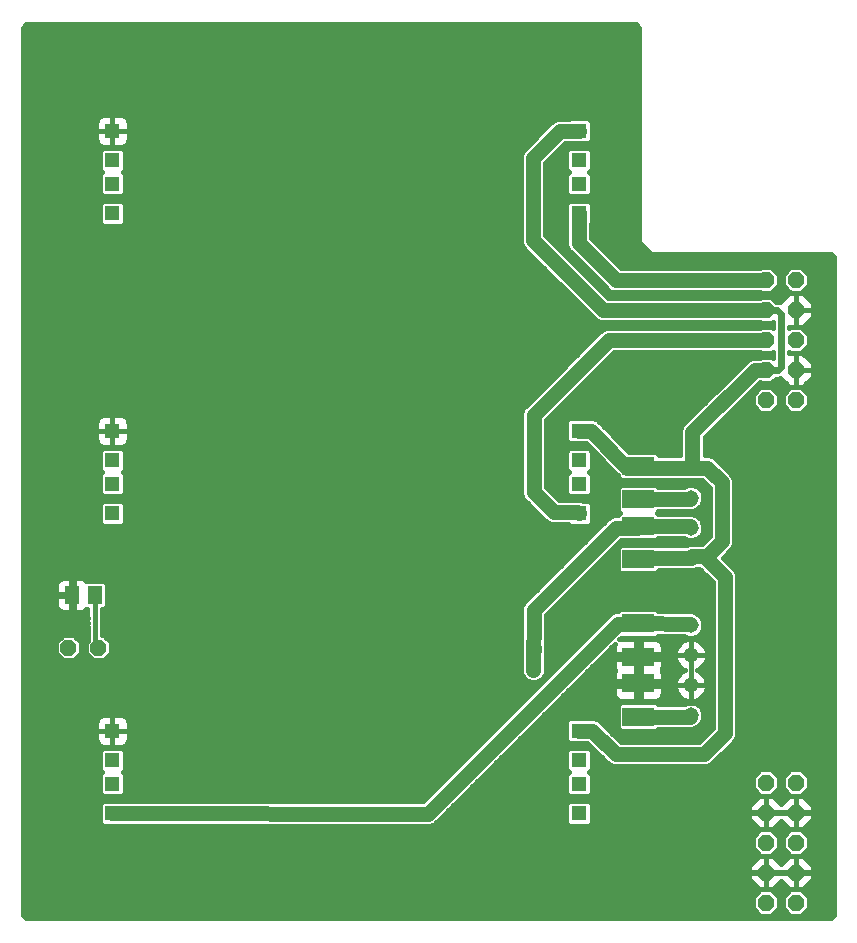
<source format=gbl>
G75*
%MOIN*%
%OFA0B0*%
%FSLAX25Y25*%
%IPPOS*%
%LPD*%
%AMOC8*
5,1,8,0,0,1.08239X$1,22.5*
%
%ADD10R,0.05118X0.05906*%
%ADD11R,0.05150X0.05150*%
%ADD12C,0.05150*%
%ADD13OC8,0.05600*%
%ADD14R,0.10630X0.06299*%
%ADD15OC8,0.05200*%
%ADD16C,0.05000*%
%ADD17C,0.03000*%
%ADD18C,0.03962*%
%ADD19C,0.01600*%
%ADD20R,0.03962X0.03962*%
%ADD21C,0.02362*%
D10*
X0020500Y0111840D03*
X0027980Y0111840D03*
D11*
X0033925Y0139025D03*
X0033925Y0148868D03*
X0033925Y0156742D03*
X0033925Y0166584D03*
X0033925Y0239025D03*
X0033925Y0248868D03*
X0033925Y0256742D03*
X0033925Y0266584D03*
X0189437Y0266584D03*
X0189437Y0256742D03*
X0189437Y0248868D03*
X0189437Y0239025D03*
X0189437Y0166584D03*
X0189437Y0156742D03*
X0189437Y0148868D03*
X0189437Y0139025D03*
X0189437Y0066584D03*
X0189437Y0056742D03*
X0189437Y0048868D03*
X0189437Y0039025D03*
X0033925Y0039025D03*
X0033925Y0048868D03*
X0033925Y0056742D03*
X0033925Y0066584D03*
D12*
X0226740Y0071840D03*
X0226740Y0081840D03*
X0226740Y0091840D03*
X0226740Y0101840D03*
X0226740Y0124340D03*
X0226740Y0134340D03*
X0226740Y0144340D03*
X0226740Y0154340D03*
D13*
X0251740Y0176840D03*
X0261740Y0176840D03*
X0261740Y0186840D03*
X0261740Y0196840D03*
X0261740Y0206840D03*
X0261740Y0216840D03*
X0251740Y0216840D03*
X0251740Y0206840D03*
X0251740Y0196840D03*
X0251740Y0186840D03*
X0251740Y0049340D03*
X0261740Y0049340D03*
X0261740Y0039340D03*
X0261740Y0029340D03*
X0261740Y0019340D03*
X0261740Y0009340D03*
X0251740Y0009340D03*
X0251740Y0019340D03*
X0251740Y0029340D03*
X0251740Y0039340D03*
D14*
X0209240Y0071328D03*
X0209240Y0082352D03*
X0209240Y0091328D03*
X0209240Y0102352D03*
X0209240Y0123828D03*
X0209240Y0134852D03*
X0209240Y0143828D03*
X0209240Y0154852D03*
D15*
X0029240Y0094340D03*
X0019240Y0094340D03*
D16*
X0033925Y0039025D02*
X0138985Y0038985D01*
X0202312Y0102312D01*
X0209240Y0102352D01*
X0226288Y0102312D01*
X0238065Y0117882D02*
X0231175Y0124771D01*
X0227171Y0124771D01*
X0226740Y0124340D01*
X0209752Y0124340D01*
X0209240Y0123828D01*
X0208788Y0134300D02*
X0201800Y0134300D01*
X0174300Y0106800D01*
X0174240Y0086840D01*
X0174240Y0091840D01*
X0174300Y0094300D01*
X0189437Y0066584D02*
X0193890Y0066584D01*
X0201647Y0058827D01*
X0231175Y0058827D01*
X0238065Y0065716D01*
X0238065Y0117882D01*
X0232159Y0124771D02*
X0231175Y0124771D01*
X0232159Y0124771D02*
X0237080Y0129693D01*
X0237080Y0149378D01*
X0232118Y0154340D01*
X0226740Y0154340D01*
X0209752Y0154340D01*
X0209240Y0154852D01*
X0208687Y0154299D01*
X0205584Y0154299D01*
X0193299Y0166584D01*
X0189437Y0166584D01*
X0174300Y0171800D02*
X0174300Y0146213D01*
X0180978Y0139535D01*
X0188927Y0139535D01*
X0189437Y0139025D01*
X0209240Y0134852D02*
X0226288Y0134812D01*
X0226288Y0143788D02*
X0209240Y0143828D01*
X0226740Y0154340D02*
X0227238Y0154838D01*
X0227238Y0166110D01*
X0247968Y0186840D01*
X0251740Y0186840D01*
X0251740Y0196840D02*
X0199300Y0196800D01*
X0174300Y0171800D01*
X0197335Y0206840D02*
X0174088Y0230086D01*
X0174088Y0257646D01*
X0182947Y0266504D01*
X0189357Y0266504D01*
X0189437Y0266584D01*
X0189437Y0239025D02*
X0189300Y0238788D01*
X0189300Y0229300D01*
X0201800Y0216800D01*
X0251740Y0216840D01*
X0251740Y0206840D02*
X0197335Y0206840D01*
X0209240Y0071328D02*
X0226288Y0071288D01*
D17*
X0226740Y0071840D01*
X0226740Y0101840D02*
X0226288Y0102312D01*
X0226740Y0134340D02*
X0226288Y0134812D01*
X0226288Y0143788D02*
X0226740Y0144340D01*
X0209240Y0134852D02*
X0208788Y0134300D01*
D18*
X0174240Y0091840D03*
X0174240Y0086840D03*
D19*
X0274084Y0004937D02*
X0004396Y0004937D01*
X0004040Y0005293D02*
X0004040Y0300887D01*
X0005193Y0302040D01*
X0208287Y0302040D01*
X0209440Y0300887D01*
X0209440Y0229356D01*
X0213287Y0225509D01*
X0215193Y0225509D01*
X0273287Y0225509D01*
X0274440Y0224356D01*
X0274440Y0005293D01*
X0273287Y0004140D01*
X0005193Y0004140D01*
X0004040Y0005293D01*
X0004040Y0006536D02*
X0248322Y0006536D01*
X0247340Y0007517D02*
X0247340Y0011163D01*
X0249917Y0013740D01*
X0253563Y0013740D01*
X0256140Y0011163D01*
X0256140Y0007517D01*
X0253563Y0004940D01*
X0249917Y0004940D01*
X0247340Y0007517D01*
X0247340Y0008134D02*
X0004040Y0008134D01*
X0004040Y0009733D02*
X0247340Y0009733D01*
X0247509Y0011331D02*
X0004040Y0011331D01*
X0004040Y0012930D02*
X0249107Y0012930D01*
X0249420Y0013740D02*
X0246140Y0017020D01*
X0246140Y0019240D01*
X0251640Y0019240D01*
X0251640Y0019440D01*
X0251640Y0024940D01*
X0249420Y0024940D01*
X0246140Y0021660D01*
X0246140Y0019440D01*
X0251640Y0019440D01*
X0251840Y0019440D01*
X0251840Y0024940D01*
X0254060Y0024940D01*
X0256740Y0022260D01*
X0259420Y0024940D01*
X0261640Y0024940D01*
X0261640Y0019440D01*
X0261840Y0019440D01*
X0261840Y0024940D01*
X0264060Y0024940D01*
X0267340Y0021660D01*
X0267340Y0019440D01*
X0261840Y0019440D01*
X0261840Y0019240D01*
X0267340Y0019240D01*
X0267340Y0017020D01*
X0264060Y0013740D01*
X0261840Y0013740D01*
X0261840Y0019240D01*
X0261640Y0019240D01*
X0261640Y0013740D01*
X0259420Y0013740D01*
X0256740Y0016420D01*
X0254060Y0013740D01*
X0251840Y0013740D01*
X0251840Y0019240D01*
X0251840Y0019440D01*
X0256140Y0019440D01*
X0261640Y0019440D01*
X0261640Y0019240D01*
X0251840Y0019240D01*
X0251640Y0019240D01*
X0251640Y0013740D01*
X0249420Y0013740D01*
X0248632Y0014528D02*
X0004040Y0014528D01*
X0004040Y0016127D02*
X0247034Y0016127D01*
X0246140Y0017725D02*
X0004040Y0017725D01*
X0004040Y0019324D02*
X0251640Y0019324D01*
X0251840Y0019324D02*
X0261640Y0019324D01*
X0261840Y0019324D02*
X0274440Y0019324D01*
X0274440Y0020922D02*
X0267340Y0020922D01*
X0266479Y0022521D02*
X0274440Y0022521D01*
X0274440Y0024119D02*
X0264880Y0024119D01*
X0263563Y0024940D02*
X0266140Y0027517D01*
X0266140Y0031163D01*
X0263563Y0033740D01*
X0259917Y0033740D01*
X0257340Y0031163D01*
X0257340Y0027517D01*
X0259917Y0024940D01*
X0263563Y0024940D01*
X0264340Y0025718D02*
X0274440Y0025718D01*
X0274440Y0027316D02*
X0265939Y0027316D01*
X0266140Y0028915D02*
X0274440Y0028915D01*
X0274440Y0030513D02*
X0266140Y0030513D01*
X0265191Y0032112D02*
X0274440Y0032112D01*
X0274440Y0033710D02*
X0263592Y0033710D01*
X0264060Y0033740D02*
X0267340Y0037020D01*
X0267340Y0039240D01*
X0261840Y0039240D01*
X0261840Y0039440D01*
X0261640Y0039440D01*
X0261640Y0044940D01*
X0259420Y0044940D01*
X0256740Y0042260D01*
X0254060Y0044940D01*
X0251840Y0044940D01*
X0251840Y0039440D01*
X0251640Y0039440D01*
X0251640Y0044940D01*
X0249420Y0044940D01*
X0246140Y0041660D01*
X0246140Y0039440D01*
X0251640Y0039440D01*
X0251640Y0039240D01*
X0246140Y0039240D01*
X0246140Y0037020D01*
X0249420Y0033740D01*
X0251640Y0033740D01*
X0251640Y0039240D01*
X0251840Y0039240D01*
X0251840Y0039440D01*
X0257340Y0039440D01*
X0261640Y0039440D01*
X0261640Y0039240D01*
X0261840Y0039240D01*
X0261840Y0033740D01*
X0264060Y0033740D01*
X0265628Y0035309D02*
X0274440Y0035309D01*
X0274440Y0036907D02*
X0267227Y0036907D01*
X0267340Y0038506D02*
X0274440Y0038506D01*
X0274440Y0040104D02*
X0267340Y0040104D01*
X0267340Y0039440D02*
X0267340Y0041660D01*
X0264060Y0044940D01*
X0261840Y0044940D01*
X0261840Y0039440D01*
X0267340Y0039440D01*
X0267297Y0041703D02*
X0274440Y0041703D01*
X0274440Y0043301D02*
X0265698Y0043301D01*
X0264100Y0044900D02*
X0274440Y0044900D01*
X0274440Y0046498D02*
X0265121Y0046498D01*
X0266140Y0047517D02*
X0263563Y0044940D01*
X0259917Y0044940D01*
X0257340Y0047517D01*
X0257340Y0051163D01*
X0259917Y0053740D01*
X0263563Y0053740D01*
X0266140Y0051163D01*
X0266140Y0047517D01*
X0266140Y0048097D02*
X0274440Y0048097D01*
X0274440Y0049695D02*
X0266140Y0049695D01*
X0266009Y0051294D02*
X0274440Y0051294D01*
X0274440Y0052892D02*
X0264410Y0052892D01*
X0259070Y0052892D02*
X0254410Y0052892D01*
X0253563Y0053740D02*
X0249917Y0053740D01*
X0247340Y0051163D01*
X0247340Y0047517D01*
X0249917Y0044940D01*
X0253563Y0044940D01*
X0256140Y0047517D01*
X0256140Y0051163D01*
X0253563Y0053740D01*
X0256009Y0051294D02*
X0257471Y0051294D01*
X0257340Y0049695D02*
X0256140Y0049695D01*
X0256140Y0048097D02*
X0257340Y0048097D01*
X0258359Y0046498D02*
X0255121Y0046498D01*
X0254100Y0044900D02*
X0259380Y0044900D01*
X0261640Y0044900D02*
X0261840Y0044900D01*
X0261840Y0043301D02*
X0261640Y0043301D01*
X0261640Y0041703D02*
X0261840Y0041703D01*
X0261840Y0040104D02*
X0261640Y0040104D01*
X0261640Y0039240D02*
X0251840Y0039240D01*
X0251840Y0033740D01*
X0254060Y0033740D01*
X0256740Y0036420D01*
X0259420Y0033740D01*
X0261640Y0033740D01*
X0261640Y0039240D01*
X0261640Y0038506D02*
X0261840Y0038506D01*
X0261840Y0036907D02*
X0261640Y0036907D01*
X0261640Y0035309D02*
X0261840Y0035309D01*
X0259888Y0033710D02*
X0253592Y0033710D01*
X0253563Y0033740D02*
X0249917Y0033740D01*
X0247340Y0031163D01*
X0247340Y0027517D01*
X0249917Y0024940D01*
X0253563Y0024940D01*
X0256140Y0027517D01*
X0256140Y0031163D01*
X0253563Y0033740D01*
X0255191Y0032112D02*
X0258289Y0032112D01*
X0257340Y0030513D02*
X0256140Y0030513D01*
X0256140Y0028915D02*
X0257340Y0028915D01*
X0257541Y0027316D02*
X0255939Y0027316D01*
X0254340Y0025718D02*
X0259140Y0025718D01*
X0258600Y0024119D02*
X0254880Y0024119D01*
X0256479Y0022521D02*
X0257001Y0022521D01*
X0261640Y0022521D02*
X0261840Y0022521D01*
X0261840Y0024119D02*
X0261640Y0024119D01*
X0261640Y0020922D02*
X0261840Y0020922D01*
X0261840Y0017725D02*
X0261640Y0017725D01*
X0261640Y0016127D02*
X0261840Y0016127D01*
X0261840Y0014528D02*
X0261640Y0014528D01*
X0259917Y0013740D02*
X0257340Y0011163D01*
X0257340Y0007517D01*
X0259917Y0004940D01*
X0263563Y0004940D01*
X0266140Y0007517D01*
X0266140Y0011163D01*
X0263563Y0013740D01*
X0259917Y0013740D01*
X0259107Y0012930D02*
X0254373Y0012930D01*
X0254848Y0014528D02*
X0258632Y0014528D01*
X0257034Y0016127D02*
X0256446Y0016127D01*
X0251840Y0016127D02*
X0251640Y0016127D01*
X0251640Y0017725D02*
X0251840Y0017725D01*
X0251840Y0014528D02*
X0251640Y0014528D01*
X0255971Y0011331D02*
X0257509Y0011331D01*
X0257340Y0009733D02*
X0256140Y0009733D01*
X0256140Y0008134D02*
X0257340Y0008134D01*
X0258322Y0006536D02*
X0255158Y0006536D01*
X0264373Y0012930D02*
X0274440Y0012930D01*
X0274440Y0014528D02*
X0264848Y0014528D01*
X0266446Y0016127D02*
X0274440Y0016127D01*
X0274440Y0017725D02*
X0267340Y0017725D01*
X0265971Y0011331D02*
X0274440Y0011331D01*
X0274440Y0009733D02*
X0266140Y0009733D01*
X0266140Y0008134D02*
X0274440Y0008134D01*
X0274440Y0006536D02*
X0265158Y0006536D01*
X0251840Y0020922D02*
X0251640Y0020922D01*
X0251640Y0022521D02*
X0251840Y0022521D01*
X0251840Y0024119D02*
X0251640Y0024119D01*
X0249140Y0025718D02*
X0004040Y0025718D01*
X0004040Y0027316D02*
X0247541Y0027316D01*
X0247340Y0028915D02*
X0004040Y0028915D01*
X0004040Y0030513D02*
X0247340Y0030513D01*
X0248289Y0032112D02*
X0004040Y0032112D01*
X0004040Y0033710D02*
X0249888Y0033710D01*
X0251640Y0035309D02*
X0251840Y0035309D01*
X0251840Y0036907D02*
X0251640Y0036907D01*
X0251640Y0038506D02*
X0251840Y0038506D01*
X0251840Y0040104D02*
X0251640Y0040104D01*
X0251640Y0041703D02*
X0251840Y0041703D01*
X0251840Y0043301D02*
X0251640Y0043301D01*
X0251640Y0044900D02*
X0251840Y0044900D01*
X0249380Y0044900D02*
X0192881Y0044900D01*
X0192674Y0044693D02*
X0193612Y0045630D01*
X0193612Y0052105D01*
X0192912Y0052805D01*
X0193612Y0053504D01*
X0193612Y0059979D01*
X0192674Y0060916D01*
X0186199Y0060916D01*
X0185262Y0059979D01*
X0185262Y0053504D01*
X0185962Y0052805D01*
X0185262Y0052105D01*
X0185262Y0045630D01*
X0186199Y0044693D01*
X0192674Y0044693D01*
X0192674Y0043200D02*
X0186199Y0043200D01*
X0185262Y0042263D01*
X0185262Y0035787D01*
X0186199Y0034850D01*
X0192674Y0034850D01*
X0193612Y0035787D01*
X0193612Y0042263D01*
X0192674Y0043200D01*
X0193612Y0041703D02*
X0246183Y0041703D01*
X0246140Y0040104D02*
X0193612Y0040104D01*
X0193612Y0038506D02*
X0246140Y0038506D01*
X0246253Y0036907D02*
X0193612Y0036907D01*
X0193133Y0035309D02*
X0247852Y0035309D01*
X0255628Y0035309D02*
X0257852Y0035309D01*
X0257782Y0043301D02*
X0255698Y0043301D01*
X0248359Y0046498D02*
X0193612Y0046498D01*
X0193612Y0048097D02*
X0247340Y0048097D01*
X0247340Y0049695D02*
X0193612Y0049695D01*
X0193612Y0051294D02*
X0247471Y0051294D01*
X0249070Y0052892D02*
X0193000Y0052892D01*
X0193612Y0054491D02*
X0274440Y0054491D01*
X0274440Y0056089D02*
X0234236Y0056089D01*
X0233497Y0055351D02*
X0231991Y0054727D01*
X0200832Y0054727D01*
X0199325Y0055351D01*
X0198172Y0056504D01*
X0192266Y0062409D01*
X0186199Y0062409D01*
X0185262Y0063347D01*
X0185262Y0069822D01*
X0186199Y0070759D01*
X0192674Y0070759D01*
X0192749Y0070684D01*
X0194705Y0070684D01*
X0196212Y0070060D01*
X0203346Y0062927D01*
X0229477Y0062927D01*
X0233965Y0067415D01*
X0233965Y0116183D01*
X0229477Y0120671D01*
X0228793Y0120671D01*
X0227570Y0120165D01*
X0225910Y0120165D01*
X0225729Y0120240D01*
X0216155Y0120240D01*
X0216155Y0120016D01*
X0215218Y0119079D01*
X0203262Y0119079D01*
X0202325Y0120016D01*
X0202325Y0127641D01*
X0203262Y0128578D01*
X0215218Y0128578D01*
X0215355Y0128440D01*
X0225314Y0128440D01*
X0226356Y0128871D01*
X0230461Y0128871D01*
X0232980Y0131391D01*
X0232980Y0147680D01*
X0230420Y0150240D01*
X0227751Y0150240D01*
X0227570Y0150165D01*
X0225910Y0150165D01*
X0225729Y0150240D01*
X0215355Y0150240D01*
X0215218Y0150102D01*
X0203262Y0150102D01*
X0202325Y0151039D01*
X0202325Y0151760D01*
X0202109Y0151977D01*
X0191676Y0162409D01*
X0186199Y0162409D01*
X0185262Y0163347D01*
X0185262Y0169822D01*
X0186199Y0170759D01*
X0192674Y0170759D01*
X0192749Y0170684D01*
X0194115Y0170684D01*
X0195622Y0170060D01*
X0206080Y0159601D01*
X0215218Y0159601D01*
X0216155Y0158664D01*
X0216155Y0158440D01*
X0223138Y0158440D01*
X0223138Y0166926D01*
X0223762Y0168433D01*
X0224915Y0169586D01*
X0245645Y0190316D01*
X0247152Y0190940D01*
X0249617Y0190940D01*
X0249917Y0191240D01*
X0253563Y0191240D01*
X0253984Y0190818D01*
X0253984Y0192862D01*
X0253563Y0192440D01*
X0249917Y0192440D01*
X0249619Y0192738D01*
X0201000Y0192701D01*
X0178400Y0170102D01*
X0178400Y0147912D01*
X0182676Y0143635D01*
X0189742Y0143635D01*
X0190793Y0143200D01*
X0192674Y0143200D01*
X0193612Y0142263D01*
X0193612Y0135787D01*
X0192674Y0134850D01*
X0186199Y0134850D01*
X0185614Y0135435D01*
X0180163Y0135435D01*
X0178656Y0136059D01*
X0177502Y0137213D01*
X0170824Y0143891D01*
X0170200Y0145398D01*
X0170200Y0172616D01*
X0170824Y0174122D01*
X0171978Y0175276D01*
X0196395Y0199693D01*
X0196975Y0200274D01*
X0196976Y0200275D01*
X0196978Y0200276D01*
X0197730Y0200588D01*
X0198481Y0200899D01*
X0198483Y0200899D01*
X0198484Y0200900D01*
X0199304Y0200900D01*
X0249616Y0200938D01*
X0249917Y0201240D01*
X0253563Y0201240D01*
X0253984Y0200818D01*
X0253984Y0202862D01*
X0253563Y0202440D01*
X0249917Y0202440D01*
X0249617Y0202740D01*
X0196519Y0202740D01*
X0195012Y0203364D01*
X0171766Y0226611D01*
X0170613Y0227764D01*
X0169988Y0229271D01*
X0169988Y0258461D01*
X0170613Y0259968D01*
X0179471Y0268826D01*
X0180624Y0269980D01*
X0182131Y0270604D01*
X0186044Y0270604D01*
X0186199Y0270759D01*
X0192674Y0270759D01*
X0193612Y0269822D01*
X0193612Y0263347D01*
X0192674Y0262409D01*
X0190185Y0262409D01*
X0190172Y0262404D01*
X0184645Y0262404D01*
X0178188Y0255947D01*
X0178188Y0231785D01*
X0199033Y0210940D01*
X0249617Y0210940D01*
X0249917Y0211240D01*
X0253563Y0211240D01*
X0255181Y0209621D01*
X0255959Y0209621D01*
X0256413Y0209433D01*
X0259420Y0212440D01*
X0261640Y0212440D01*
X0261640Y0206940D01*
X0261840Y0206940D01*
X0261840Y0212440D01*
X0264060Y0212440D01*
X0267340Y0209160D01*
X0267340Y0206940D01*
X0261840Y0206940D01*
X0261840Y0206740D01*
X0267340Y0206740D01*
X0267340Y0204520D01*
X0264060Y0201240D01*
X0261840Y0201240D01*
X0261840Y0206740D01*
X0261640Y0206740D01*
X0261640Y0201240D01*
X0259547Y0201240D01*
X0259547Y0200869D01*
X0259917Y0201240D01*
X0263563Y0201240D01*
X0266140Y0198663D01*
X0266140Y0195017D01*
X0263563Y0192440D01*
X0259917Y0192440D01*
X0259547Y0192811D01*
X0259547Y0192440D01*
X0261640Y0192440D01*
X0261640Y0186940D01*
X0261840Y0186940D01*
X0261840Y0192440D01*
X0264060Y0192440D01*
X0267340Y0189160D01*
X0267340Y0186940D01*
X0261840Y0186940D01*
X0261840Y0186740D01*
X0267340Y0186740D01*
X0267340Y0184520D01*
X0264060Y0181240D01*
X0261840Y0181240D01*
X0261840Y0186740D01*
X0261640Y0186740D01*
X0261640Y0181240D01*
X0259420Y0181240D01*
X0256566Y0184094D01*
X0256334Y0183998D01*
X0255121Y0183998D01*
X0253563Y0182440D01*
X0249917Y0182440D01*
X0249642Y0182716D01*
X0231338Y0164412D01*
X0231338Y0158440D01*
X0232934Y0158440D01*
X0234441Y0157816D01*
X0239403Y0152854D01*
X0240556Y0151700D01*
X0241180Y0150193D01*
X0241180Y0128877D01*
X0240556Y0127370D01*
X0237465Y0124279D01*
X0241541Y0120204D01*
X0242165Y0118697D01*
X0242165Y0064901D01*
X0241541Y0063394D01*
X0240387Y0062241D01*
X0233497Y0055351D01*
X0235835Y0057688D02*
X0274440Y0057688D01*
X0274440Y0059286D02*
X0237433Y0059286D01*
X0239032Y0060885D02*
X0274440Y0060885D01*
X0274440Y0062483D02*
X0240630Y0062483D01*
X0241826Y0064082D02*
X0274440Y0064082D01*
X0274440Y0065680D02*
X0242165Y0065680D01*
X0242165Y0067279D02*
X0274440Y0067279D01*
X0274440Y0068877D02*
X0242165Y0068877D01*
X0242165Y0070476D02*
X0274440Y0070476D01*
X0274440Y0072074D02*
X0242165Y0072074D01*
X0242165Y0073673D02*
X0274440Y0073673D01*
X0274440Y0075272D02*
X0242165Y0075272D01*
X0242165Y0076870D02*
X0274440Y0076870D01*
X0274440Y0078469D02*
X0242165Y0078469D01*
X0242165Y0080067D02*
X0274440Y0080067D01*
X0274440Y0081666D02*
X0242165Y0081666D01*
X0242165Y0083264D02*
X0274440Y0083264D01*
X0274440Y0084863D02*
X0242165Y0084863D01*
X0242165Y0086461D02*
X0274440Y0086461D01*
X0274440Y0088060D02*
X0242165Y0088060D01*
X0242165Y0089658D02*
X0274440Y0089658D01*
X0274440Y0091257D02*
X0242165Y0091257D01*
X0242165Y0092855D02*
X0274440Y0092855D01*
X0274440Y0094454D02*
X0242165Y0094454D01*
X0242165Y0096052D02*
X0274440Y0096052D01*
X0274440Y0097651D02*
X0242165Y0097651D01*
X0242165Y0099249D02*
X0274440Y0099249D01*
X0274440Y0100848D02*
X0242165Y0100848D01*
X0242165Y0102446D02*
X0274440Y0102446D01*
X0274440Y0104045D02*
X0242165Y0104045D01*
X0242165Y0105643D02*
X0274440Y0105643D01*
X0274440Y0107242D02*
X0242165Y0107242D01*
X0242165Y0108840D02*
X0274440Y0108840D01*
X0274440Y0110439D02*
X0242165Y0110439D01*
X0242165Y0112037D02*
X0274440Y0112037D01*
X0274440Y0113636D02*
X0242165Y0113636D01*
X0242165Y0115234D02*
X0274440Y0115234D01*
X0274440Y0116833D02*
X0242165Y0116833D01*
X0242165Y0118431D02*
X0274440Y0118431D01*
X0274440Y0120030D02*
X0241613Y0120030D01*
X0240116Y0121628D02*
X0274440Y0121628D01*
X0274440Y0123227D02*
X0238518Y0123227D01*
X0238011Y0124825D02*
X0274440Y0124825D01*
X0274440Y0126424D02*
X0239610Y0126424D01*
X0240826Y0128022D02*
X0274440Y0128022D01*
X0274440Y0129621D02*
X0241180Y0129621D01*
X0241180Y0131219D02*
X0274440Y0131219D01*
X0274440Y0132818D02*
X0241180Y0132818D01*
X0241180Y0134416D02*
X0274440Y0134416D01*
X0274440Y0136015D02*
X0241180Y0136015D01*
X0241180Y0137613D02*
X0274440Y0137613D01*
X0274440Y0139212D02*
X0241180Y0139212D01*
X0241180Y0140810D02*
X0274440Y0140810D01*
X0274440Y0142409D02*
X0241180Y0142409D01*
X0241180Y0144008D02*
X0274440Y0144008D01*
X0274440Y0145606D02*
X0241180Y0145606D01*
X0241180Y0147205D02*
X0274440Y0147205D01*
X0274440Y0148803D02*
X0241180Y0148803D01*
X0241094Y0150402D02*
X0274440Y0150402D01*
X0274440Y0152000D02*
X0240256Y0152000D01*
X0238658Y0153599D02*
X0274440Y0153599D01*
X0274440Y0155197D02*
X0237059Y0155197D01*
X0235461Y0156796D02*
X0274440Y0156796D01*
X0274440Y0158394D02*
X0233045Y0158394D01*
X0231338Y0159993D02*
X0274440Y0159993D01*
X0274440Y0161591D02*
X0231338Y0161591D01*
X0231338Y0163190D02*
X0274440Y0163190D01*
X0274440Y0164788D02*
X0231714Y0164788D01*
X0233313Y0166387D02*
X0274440Y0166387D01*
X0274440Y0167985D02*
X0234911Y0167985D01*
X0236510Y0169584D02*
X0274440Y0169584D01*
X0274440Y0171182D02*
X0238108Y0171182D01*
X0239707Y0172781D02*
X0249577Y0172781D01*
X0249917Y0172440D02*
X0253563Y0172440D01*
X0256140Y0175017D01*
X0256140Y0178663D01*
X0253563Y0181240D01*
X0249917Y0181240D01*
X0247340Y0178663D01*
X0247340Y0175017D01*
X0249917Y0172440D01*
X0247978Y0174379D02*
X0241305Y0174379D01*
X0242904Y0175978D02*
X0247340Y0175978D01*
X0247340Y0177576D02*
X0244502Y0177576D01*
X0246101Y0179175D02*
X0247852Y0179175D01*
X0247699Y0180773D02*
X0249451Y0180773D01*
X0249298Y0182372D02*
X0258289Y0182372D01*
X0259451Y0180773D02*
X0254029Y0180773D01*
X0255628Y0179175D02*
X0257852Y0179175D01*
X0257340Y0178663D02*
X0257340Y0175017D01*
X0259917Y0172440D01*
X0263563Y0172440D01*
X0266140Y0175017D01*
X0266140Y0178663D01*
X0263563Y0181240D01*
X0259917Y0181240D01*
X0257340Y0178663D01*
X0257340Y0177576D02*
X0256140Y0177576D01*
X0256140Y0175978D02*
X0257340Y0175978D01*
X0257978Y0174379D02*
X0255502Y0174379D01*
X0253903Y0172781D02*
X0259577Y0172781D01*
X0263903Y0172781D02*
X0274440Y0172781D01*
X0274440Y0174379D02*
X0265502Y0174379D01*
X0266140Y0175978D02*
X0274440Y0175978D01*
X0274440Y0177576D02*
X0266140Y0177576D01*
X0265628Y0179175D02*
X0274440Y0179175D01*
X0274440Y0180773D02*
X0264029Y0180773D01*
X0265191Y0182372D02*
X0274440Y0182372D01*
X0274440Y0183970D02*
X0266790Y0183970D01*
X0267340Y0185569D02*
X0274440Y0185569D01*
X0274440Y0187167D02*
X0267340Y0187167D01*
X0267340Y0188766D02*
X0274440Y0188766D01*
X0274440Y0190364D02*
X0266135Y0190364D01*
X0264537Y0191963D02*
X0274440Y0191963D01*
X0274440Y0193561D02*
X0264684Y0193561D01*
X0266140Y0195160D02*
X0274440Y0195160D01*
X0274440Y0196758D02*
X0266140Y0196758D01*
X0266140Y0198357D02*
X0274440Y0198357D01*
X0274440Y0199955D02*
X0264847Y0199955D01*
X0264373Y0201554D02*
X0274440Y0201554D01*
X0274440Y0203152D02*
X0265972Y0203152D01*
X0267340Y0204751D02*
X0274440Y0204751D01*
X0274440Y0206349D02*
X0267340Y0206349D01*
X0267340Y0207948D02*
X0274440Y0207948D01*
X0274440Y0209546D02*
X0266953Y0209546D01*
X0265355Y0211145D02*
X0274440Y0211145D01*
X0274440Y0212743D02*
X0263866Y0212743D01*
X0263563Y0212440D02*
X0266140Y0215017D01*
X0266140Y0218663D01*
X0263563Y0221240D01*
X0259917Y0221240D01*
X0257340Y0218663D01*
X0257340Y0215017D01*
X0259917Y0212440D01*
X0263563Y0212440D01*
X0261840Y0211145D02*
X0261640Y0211145D01*
X0261640Y0209546D02*
X0261840Y0209546D01*
X0261840Y0207948D02*
X0261640Y0207948D01*
X0261640Y0206349D02*
X0261840Y0206349D01*
X0261840Y0204751D02*
X0261640Y0204751D01*
X0261640Y0203152D02*
X0261840Y0203152D01*
X0261840Y0201554D02*
X0261640Y0201554D01*
X0253984Y0201554D02*
X0004040Y0201554D01*
X0004040Y0203152D02*
X0195524Y0203152D01*
X0193626Y0204751D02*
X0004040Y0204751D01*
X0004040Y0206349D02*
X0192027Y0206349D01*
X0190429Y0207948D02*
X0004040Y0207948D01*
X0004040Y0209546D02*
X0188830Y0209546D01*
X0187232Y0211145D02*
X0004040Y0211145D01*
X0004040Y0212743D02*
X0185633Y0212743D01*
X0184035Y0214342D02*
X0004040Y0214342D01*
X0004040Y0215941D02*
X0182436Y0215941D01*
X0180837Y0217539D02*
X0004040Y0217539D01*
X0004040Y0219138D02*
X0179239Y0219138D01*
X0177640Y0220736D02*
X0004040Y0220736D01*
X0004040Y0222335D02*
X0176042Y0222335D01*
X0174443Y0223933D02*
X0004040Y0223933D01*
X0004040Y0225532D02*
X0172845Y0225532D01*
X0171246Y0227130D02*
X0004040Y0227130D01*
X0004040Y0228729D02*
X0170213Y0228729D01*
X0169988Y0230327D02*
X0004040Y0230327D01*
X0004040Y0231926D02*
X0169988Y0231926D01*
X0169988Y0233524D02*
X0004040Y0233524D01*
X0004040Y0235123D02*
X0030415Y0235123D01*
X0030687Y0234850D02*
X0029750Y0235787D01*
X0029750Y0242263D01*
X0030687Y0243200D01*
X0037163Y0243200D01*
X0038100Y0242263D01*
X0038100Y0235787D01*
X0037163Y0234850D01*
X0030687Y0234850D01*
X0029750Y0236721D02*
X0004040Y0236721D01*
X0004040Y0238320D02*
X0029750Y0238320D01*
X0029750Y0239918D02*
X0004040Y0239918D01*
X0004040Y0241517D02*
X0029750Y0241517D01*
X0030603Y0243115D02*
X0004040Y0243115D01*
X0004040Y0244714D02*
X0030667Y0244714D01*
X0030687Y0244693D02*
X0037163Y0244693D01*
X0038100Y0245630D01*
X0038100Y0252105D01*
X0037400Y0252805D01*
X0038100Y0253504D01*
X0038100Y0259979D01*
X0037163Y0260916D01*
X0030687Y0260916D01*
X0029750Y0259979D01*
X0029750Y0253504D01*
X0030450Y0252805D01*
X0029750Y0252105D01*
X0029750Y0245630D01*
X0030687Y0244693D01*
X0029750Y0246312D02*
X0004040Y0246312D01*
X0004040Y0247911D02*
X0029750Y0247911D01*
X0029750Y0249509D02*
X0004040Y0249509D01*
X0004040Y0251108D02*
X0029750Y0251108D01*
X0030351Y0252706D02*
X0004040Y0252706D01*
X0004040Y0254305D02*
X0029750Y0254305D01*
X0029750Y0255903D02*
X0004040Y0255903D01*
X0004040Y0257502D02*
X0029750Y0257502D01*
X0029750Y0259100D02*
X0004040Y0259100D01*
X0004040Y0260699D02*
X0030470Y0260699D01*
X0030533Y0261317D02*
X0031074Y0261209D01*
X0033925Y0261209D01*
X0033925Y0266584D01*
X0033925Y0266584D01*
X0033925Y0261209D01*
X0036776Y0261209D01*
X0037317Y0261317D01*
X0037826Y0261528D01*
X0038285Y0261834D01*
X0038675Y0262224D01*
X0038981Y0262683D01*
X0039192Y0263193D01*
X0039300Y0263734D01*
X0039300Y0266584D01*
X0033925Y0266584D01*
X0028550Y0266584D01*
X0028550Y0263734D01*
X0028658Y0263193D01*
X0028869Y0262683D01*
X0029175Y0262224D01*
X0029565Y0261834D01*
X0030024Y0261528D01*
X0030533Y0261317D01*
X0029127Y0262297D02*
X0004040Y0262297D01*
X0004040Y0263896D02*
X0028550Y0263896D01*
X0028550Y0265494D02*
X0004040Y0265494D01*
X0004040Y0267093D02*
X0028550Y0267093D01*
X0028550Y0266584D02*
X0033925Y0266584D01*
X0033925Y0266584D01*
X0033925Y0266584D01*
X0039300Y0266584D01*
X0039300Y0269435D01*
X0039192Y0269976D01*
X0038981Y0270485D01*
X0038675Y0270944D01*
X0038285Y0271334D01*
X0037826Y0271640D01*
X0037317Y0271851D01*
X0036776Y0271959D01*
X0033925Y0271959D01*
X0031074Y0271959D01*
X0030533Y0271851D01*
X0030024Y0271640D01*
X0029565Y0271334D01*
X0029175Y0270944D01*
X0028869Y0270485D01*
X0028658Y0269976D01*
X0028550Y0269435D01*
X0028550Y0266584D01*
X0028550Y0268691D02*
X0004040Y0268691D01*
X0004040Y0270290D02*
X0028788Y0270290D01*
X0030720Y0271888D02*
X0004040Y0271888D01*
X0004040Y0273487D02*
X0209440Y0273487D01*
X0209440Y0275085D02*
X0004040Y0275085D01*
X0004040Y0276684D02*
X0209440Y0276684D01*
X0209440Y0278282D02*
X0004040Y0278282D01*
X0004040Y0279881D02*
X0209440Y0279881D01*
X0209440Y0281479D02*
X0004040Y0281479D01*
X0004040Y0283078D02*
X0209440Y0283078D01*
X0209440Y0284677D02*
X0004040Y0284677D01*
X0004040Y0286275D02*
X0209440Y0286275D01*
X0209440Y0287874D02*
X0004040Y0287874D01*
X0004040Y0289472D02*
X0209440Y0289472D01*
X0209440Y0291071D02*
X0004040Y0291071D01*
X0004040Y0292669D02*
X0209440Y0292669D01*
X0209440Y0294268D02*
X0004040Y0294268D01*
X0004040Y0295866D02*
X0209440Y0295866D01*
X0209440Y0297465D02*
X0004040Y0297465D01*
X0004040Y0299063D02*
X0209440Y0299063D01*
X0209440Y0300662D02*
X0004040Y0300662D01*
X0033925Y0271959D02*
X0033925Y0266584D01*
X0033925Y0266584D01*
X0033925Y0271959D01*
X0033925Y0271888D02*
X0033925Y0271888D01*
X0033925Y0270290D02*
X0033925Y0270290D01*
X0033925Y0268691D02*
X0033925Y0268691D01*
X0033925Y0267093D02*
X0033925Y0267093D01*
X0033925Y0265494D02*
X0033925Y0265494D01*
X0033925Y0263896D02*
X0033925Y0263896D01*
X0033925Y0262297D02*
X0033925Y0262297D01*
X0037380Y0260699D02*
X0171343Y0260699D01*
X0170253Y0259100D02*
X0038100Y0259100D01*
X0038100Y0257502D02*
X0169988Y0257502D01*
X0169988Y0255903D02*
X0038100Y0255903D01*
X0038100Y0254305D02*
X0169988Y0254305D01*
X0169988Y0252706D02*
X0037499Y0252706D01*
X0038100Y0251108D02*
X0169988Y0251108D01*
X0169988Y0249509D02*
X0038100Y0249509D01*
X0038100Y0247911D02*
X0169988Y0247911D01*
X0169988Y0246312D02*
X0038100Y0246312D01*
X0037184Y0244714D02*
X0169988Y0244714D01*
X0169988Y0243115D02*
X0037247Y0243115D01*
X0038100Y0241517D02*
X0169988Y0241517D01*
X0169988Y0239918D02*
X0038100Y0239918D01*
X0038100Y0238320D02*
X0169988Y0238320D01*
X0169988Y0236721D02*
X0038100Y0236721D01*
X0037435Y0235123D02*
X0169988Y0235123D01*
X0178188Y0235123D02*
X0185200Y0235123D01*
X0185200Y0236721D02*
X0178188Y0236721D01*
X0178188Y0238320D02*
X0185181Y0238320D01*
X0185200Y0238249D02*
X0185200Y0228484D01*
X0185824Y0226978D01*
X0186978Y0225824D01*
X0198325Y0214476D01*
X0198326Y0214475D01*
X0198903Y0213899D01*
X0199478Y0213324D01*
X0199479Y0213324D01*
X0199480Y0213322D01*
X0200233Y0213011D01*
X0200984Y0212700D01*
X0200986Y0212700D01*
X0200988Y0212699D01*
X0201802Y0212700D01*
X0202616Y0212700D01*
X0202617Y0212701D01*
X0249619Y0212738D01*
X0249917Y0212440D01*
X0253563Y0212440D01*
X0256140Y0215017D01*
X0256140Y0218663D01*
X0253563Y0221240D01*
X0249917Y0221240D01*
X0249616Y0220938D01*
X0203497Y0220901D01*
X0193400Y0230998D01*
X0193400Y0235576D01*
X0193612Y0235787D01*
X0193612Y0242263D01*
X0192674Y0243200D01*
X0186199Y0243200D01*
X0185262Y0242263D01*
X0185262Y0239754D01*
X0185200Y0239604D01*
X0185200Y0239058D01*
X0185129Y0238516D01*
X0185200Y0238249D01*
X0185262Y0239918D02*
X0178188Y0239918D01*
X0178188Y0241517D02*
X0185262Y0241517D01*
X0186115Y0243115D02*
X0178188Y0243115D01*
X0178188Y0244714D02*
X0186178Y0244714D01*
X0186199Y0244693D02*
X0192674Y0244693D01*
X0193612Y0245630D01*
X0193612Y0252105D01*
X0192912Y0252805D01*
X0193612Y0253504D01*
X0193612Y0259979D01*
X0192674Y0260916D01*
X0186199Y0260916D01*
X0185262Y0259979D01*
X0185262Y0253504D01*
X0185962Y0252805D01*
X0185262Y0252105D01*
X0185262Y0245630D01*
X0186199Y0244693D01*
X0185262Y0246312D02*
X0178188Y0246312D01*
X0178188Y0247911D02*
X0185262Y0247911D01*
X0185262Y0249509D02*
X0178188Y0249509D01*
X0178188Y0251108D02*
X0185262Y0251108D01*
X0185863Y0252706D02*
X0178188Y0252706D01*
X0178188Y0254305D02*
X0185262Y0254305D01*
X0185262Y0255903D02*
X0178188Y0255903D01*
X0179743Y0257502D02*
X0185262Y0257502D01*
X0185262Y0259100D02*
X0181341Y0259100D01*
X0182940Y0260699D02*
X0185982Y0260699D01*
X0184538Y0262297D02*
X0209440Y0262297D01*
X0209440Y0260699D02*
X0192892Y0260699D01*
X0193612Y0259100D02*
X0209440Y0259100D01*
X0209440Y0257502D02*
X0193612Y0257502D01*
X0193612Y0255903D02*
X0209440Y0255903D01*
X0209440Y0254305D02*
X0193612Y0254305D01*
X0193010Y0252706D02*
X0209440Y0252706D01*
X0209440Y0251108D02*
X0193612Y0251108D01*
X0193612Y0249509D02*
X0209440Y0249509D01*
X0209440Y0247911D02*
X0193612Y0247911D01*
X0193612Y0246312D02*
X0209440Y0246312D01*
X0209440Y0244714D02*
X0192695Y0244714D01*
X0192759Y0243115D02*
X0209440Y0243115D01*
X0209440Y0241517D02*
X0193612Y0241517D01*
X0193612Y0239918D02*
X0209440Y0239918D01*
X0209440Y0238320D02*
X0193612Y0238320D01*
X0193612Y0236721D02*
X0209440Y0236721D01*
X0209440Y0235123D02*
X0193400Y0235123D01*
X0193400Y0233524D02*
X0209440Y0233524D01*
X0209440Y0231926D02*
X0193400Y0231926D01*
X0194071Y0230327D02*
X0209440Y0230327D01*
X0210067Y0228729D02*
X0195670Y0228729D01*
X0197268Y0227130D02*
X0211666Y0227130D01*
X0213264Y0225532D02*
X0198867Y0225532D01*
X0200465Y0223933D02*
X0274440Y0223933D01*
X0274440Y0222335D02*
X0202064Y0222335D01*
X0196861Y0215941D02*
X0194033Y0215941D01*
X0195263Y0217539D02*
X0192434Y0217539D01*
X0193664Y0219138D02*
X0190836Y0219138D01*
X0192066Y0220736D02*
X0189237Y0220736D01*
X0190467Y0222335D02*
X0187638Y0222335D01*
X0188869Y0223933D02*
X0186040Y0223933D01*
X0187270Y0225532D02*
X0184441Y0225532D01*
X0185761Y0227130D02*
X0182843Y0227130D01*
X0181244Y0228729D02*
X0185200Y0228729D01*
X0185200Y0230327D02*
X0179646Y0230327D01*
X0178188Y0231926D02*
X0185200Y0231926D01*
X0185200Y0233524D02*
X0178188Y0233524D01*
X0195631Y0214342D02*
X0198459Y0214342D01*
X0197230Y0212743D02*
X0200879Y0212743D01*
X0198828Y0211145D02*
X0249822Y0211145D01*
X0253658Y0211145D02*
X0258125Y0211145D01*
X0259614Y0212743D02*
X0253866Y0212743D01*
X0255465Y0214342D02*
X0258015Y0214342D01*
X0257340Y0215941D02*
X0256140Y0215941D01*
X0256140Y0217539D02*
X0257340Y0217539D01*
X0257815Y0219138D02*
X0255665Y0219138D01*
X0254066Y0220736D02*
X0259414Y0220736D01*
X0264066Y0220736D02*
X0274440Y0220736D01*
X0274440Y0219138D02*
X0265665Y0219138D01*
X0266140Y0217539D02*
X0274440Y0217539D01*
X0274440Y0215941D02*
X0266140Y0215941D01*
X0265465Y0214342D02*
X0274440Y0214342D01*
X0256527Y0209546D02*
X0256139Y0209546D01*
X0253984Y0191963D02*
X0200261Y0191963D01*
X0198663Y0190364D02*
X0245763Y0190364D01*
X0244095Y0188766D02*
X0197064Y0188766D01*
X0195466Y0187167D02*
X0242497Y0187167D01*
X0240898Y0185569D02*
X0193867Y0185569D01*
X0192269Y0183970D02*
X0239300Y0183970D01*
X0237701Y0182372D02*
X0190670Y0182372D01*
X0189072Y0180773D02*
X0236103Y0180773D01*
X0234504Y0179175D02*
X0187473Y0179175D01*
X0185874Y0177576D02*
X0232906Y0177576D01*
X0231307Y0175978D02*
X0184276Y0175978D01*
X0182677Y0174379D02*
X0229709Y0174379D01*
X0228110Y0172781D02*
X0181079Y0172781D01*
X0179480Y0171182D02*
X0226512Y0171182D01*
X0224913Y0169584D02*
X0196098Y0169584D01*
X0197697Y0167985D02*
X0223577Y0167985D01*
X0223138Y0166387D02*
X0199295Y0166387D01*
X0200894Y0164788D02*
X0223138Y0164788D01*
X0223138Y0163190D02*
X0202492Y0163190D01*
X0204091Y0161591D02*
X0223138Y0161591D01*
X0223138Y0159993D02*
X0205689Y0159993D01*
X0200487Y0153599D02*
X0193612Y0153599D01*
X0193612Y0153504D02*
X0192912Y0152805D01*
X0193612Y0152105D01*
X0193612Y0145630D01*
X0192674Y0144693D01*
X0186199Y0144693D01*
X0185262Y0145630D01*
X0185262Y0152105D01*
X0185962Y0152805D01*
X0185262Y0153504D01*
X0185262Y0159979D01*
X0186199Y0160916D01*
X0192674Y0160916D01*
X0193612Y0159979D01*
X0193612Y0153504D01*
X0193612Y0152000D02*
X0202085Y0152000D01*
X0202963Y0150402D02*
X0193612Y0150402D01*
X0193612Y0148803D02*
X0231857Y0148803D01*
X0232980Y0147205D02*
X0229780Y0147205D01*
X0230279Y0146705D02*
X0229105Y0147879D01*
X0227570Y0148515D01*
X0225910Y0148515D01*
X0224407Y0147893D01*
X0215883Y0147913D01*
X0215218Y0148578D01*
X0203262Y0148578D01*
X0202325Y0147641D01*
X0202325Y0140016D01*
X0203001Y0139340D01*
X0202325Y0138664D01*
X0202325Y0138400D01*
X0200984Y0138400D01*
X0199478Y0137776D01*
X0171406Y0109704D01*
X0170831Y0109133D01*
X0170829Y0109127D01*
X0170824Y0109122D01*
X0170514Y0108374D01*
X0170202Y0107628D01*
X0170202Y0107621D01*
X0170200Y0107616D01*
X0170200Y0106805D01*
X0170158Y0092698D01*
X0170140Y0092656D01*
X0170140Y0091890D01*
X0170121Y0091125D01*
X0170140Y0091076D01*
X0170140Y0086847D01*
X0170138Y0086037D01*
X0170140Y0086031D01*
X0170140Y0086024D01*
X0170450Y0085277D01*
X0170757Y0084528D01*
X0170762Y0084523D01*
X0170764Y0084518D01*
X0171336Y0083946D01*
X0171907Y0083371D01*
X0171913Y0083369D01*
X0171918Y0083364D01*
X0172666Y0083054D01*
X0173412Y0082742D01*
X0173419Y0082742D01*
X0173424Y0082740D01*
X0174234Y0082740D01*
X0175043Y0082738D01*
X0175049Y0082740D01*
X0175056Y0082740D01*
X0175803Y0083050D01*
X0176552Y0083357D01*
X0176557Y0083362D01*
X0176562Y0083364D01*
X0177134Y0083936D01*
X0177709Y0084507D01*
X0177711Y0084513D01*
X0177716Y0084518D01*
X0178026Y0085266D01*
X0178338Y0086012D01*
X0178338Y0086019D01*
X0178340Y0086024D01*
X0178340Y0086835D01*
X0178357Y0092487D01*
X0178419Y0095015D01*
X0178365Y0095154D01*
X0178395Y0105097D01*
X0203400Y0130102D01*
X0215218Y0130102D01*
X0215852Y0130736D01*
X0224580Y0130716D01*
X0225910Y0130165D01*
X0227570Y0130165D01*
X0229105Y0130801D01*
X0230279Y0131975D01*
X0230915Y0133510D01*
X0230915Y0135170D01*
X0230279Y0136705D01*
X0229105Y0137879D01*
X0228960Y0137939D01*
X0228619Y0138282D01*
X0227113Y0138910D01*
X0215883Y0138936D01*
X0215479Y0139340D01*
X0215852Y0139713D01*
X0227094Y0139686D01*
X0228602Y0140307D01*
X0229094Y0140796D01*
X0229105Y0140801D01*
X0230279Y0141975D01*
X0230915Y0143510D01*
X0230915Y0145170D01*
X0230279Y0146705D01*
X0230734Y0145606D02*
X0232980Y0145606D01*
X0232980Y0144008D02*
X0230915Y0144008D01*
X0230459Y0142409D02*
X0232980Y0142409D01*
X0232980Y0140810D02*
X0229115Y0140810D01*
X0232980Y0139212D02*
X0215607Y0139212D01*
X0202873Y0139212D02*
X0193612Y0139212D01*
X0193612Y0140810D02*
X0202325Y0140810D01*
X0202325Y0142409D02*
X0193465Y0142409D01*
X0193588Y0145606D02*
X0202325Y0145606D01*
X0202325Y0144008D02*
X0182304Y0144008D01*
X0180706Y0145606D02*
X0185286Y0145606D01*
X0185262Y0147205D02*
X0179107Y0147205D01*
X0178400Y0148803D02*
X0185262Y0148803D01*
X0185262Y0150402D02*
X0178400Y0150402D01*
X0178400Y0152000D02*
X0185262Y0152000D01*
X0185262Y0153599D02*
X0178400Y0153599D01*
X0178400Y0155197D02*
X0185262Y0155197D01*
X0185262Y0156796D02*
X0178400Y0156796D01*
X0178400Y0158394D02*
X0185262Y0158394D01*
X0185276Y0159993D02*
X0178400Y0159993D01*
X0178400Y0161591D02*
X0192494Y0161591D01*
X0193598Y0159993D02*
X0194093Y0159993D01*
X0193612Y0158394D02*
X0195691Y0158394D01*
X0197290Y0156796D02*
X0193612Y0156796D01*
X0193612Y0155197D02*
X0198888Y0155197D01*
X0202325Y0147205D02*
X0193612Y0147205D01*
X0193612Y0137613D02*
X0199315Y0137613D01*
X0197717Y0136015D02*
X0193612Y0136015D01*
X0196118Y0134416D02*
X0004040Y0134416D01*
X0004040Y0132818D02*
X0194520Y0132818D01*
X0192921Y0131219D02*
X0004040Y0131219D01*
X0004040Y0129621D02*
X0191323Y0129621D01*
X0189724Y0128022D02*
X0004040Y0128022D01*
X0004040Y0126424D02*
X0188126Y0126424D01*
X0186527Y0124825D02*
X0004040Y0124825D01*
X0004040Y0123227D02*
X0184929Y0123227D01*
X0183330Y0121628D02*
X0004040Y0121628D01*
X0004040Y0120030D02*
X0181732Y0120030D01*
X0180133Y0118431D02*
X0004040Y0118431D01*
X0004040Y0116833D02*
X0016021Y0116833D01*
X0016156Y0116968D02*
X0015766Y0116578D01*
X0015459Y0116119D01*
X0015248Y0115609D01*
X0015141Y0115069D01*
X0015141Y0112320D01*
X0020020Y0112320D01*
X0020020Y0117593D01*
X0017665Y0117593D01*
X0017124Y0117485D01*
X0016614Y0117274D01*
X0016156Y0116968D01*
X0015174Y0115234D02*
X0004040Y0115234D01*
X0004040Y0113636D02*
X0015141Y0113636D01*
X0015141Y0111360D02*
X0015141Y0108611D01*
X0015248Y0108070D01*
X0015459Y0107561D01*
X0015766Y0107102D01*
X0016156Y0106712D01*
X0016614Y0106406D01*
X0017124Y0106195D01*
X0017665Y0106087D01*
X0020020Y0106087D01*
X0020020Y0111360D01*
X0020979Y0111360D01*
X0020979Y0106087D01*
X0023335Y0106087D01*
X0023876Y0106195D01*
X0024385Y0106406D01*
X0024844Y0106712D01*
X0025234Y0107102D01*
X0025357Y0107287D01*
X0025597Y0107287D01*
X0025636Y0096676D01*
X0025040Y0096080D01*
X0025040Y0092600D01*
X0027500Y0090140D01*
X0030980Y0090140D01*
X0033440Y0092600D01*
X0033440Y0096080D01*
X0030980Y0098540D01*
X0030429Y0098540D01*
X0030397Y0107287D01*
X0031202Y0107287D01*
X0032139Y0108224D01*
X0032139Y0115455D01*
X0031202Y0116393D01*
X0025357Y0116393D01*
X0025234Y0116578D01*
X0024844Y0116968D01*
X0024385Y0117274D01*
X0023876Y0117485D01*
X0023335Y0117593D01*
X0020979Y0117593D01*
X0020979Y0112320D01*
X0020020Y0112320D01*
X0020020Y0111360D01*
X0015141Y0111360D01*
X0015141Y0110439D02*
X0004040Y0110439D01*
X0004040Y0112037D02*
X0020020Y0112037D01*
X0020020Y0110439D02*
X0020979Y0110439D01*
X0020979Y0108840D02*
X0020020Y0108840D01*
X0020020Y0107242D02*
X0020979Y0107242D01*
X0025327Y0107242D02*
X0025597Y0107242D01*
X0025603Y0105643D02*
X0004040Y0105643D01*
X0004040Y0104045D02*
X0025609Y0104045D01*
X0025615Y0102446D02*
X0004040Y0102446D01*
X0004040Y0100848D02*
X0025621Y0100848D01*
X0025627Y0099249D02*
X0004040Y0099249D01*
X0004040Y0097651D02*
X0016611Y0097651D01*
X0017500Y0098540D02*
X0015040Y0096080D01*
X0015040Y0092600D01*
X0017500Y0090140D01*
X0020980Y0090140D01*
X0023440Y0092600D01*
X0023440Y0096080D01*
X0020980Y0098540D01*
X0017500Y0098540D01*
X0015040Y0096052D02*
X0004040Y0096052D01*
X0004040Y0094454D02*
X0015040Y0094454D01*
X0015040Y0092855D02*
X0004040Y0092855D01*
X0004040Y0091257D02*
X0016384Y0091257D01*
X0022096Y0091257D02*
X0026384Y0091257D01*
X0025040Y0092855D02*
X0023440Y0092855D01*
X0023440Y0094454D02*
X0025040Y0094454D01*
X0025040Y0096052D02*
X0023440Y0096052D01*
X0021869Y0097651D02*
X0025632Y0097651D01*
X0028040Y0095560D02*
X0029240Y0094340D01*
X0028040Y0095560D02*
X0027980Y0111840D01*
X0032139Y0112037D02*
X0173739Y0112037D01*
X0172141Y0110439D02*
X0032139Y0110439D01*
X0032139Y0108840D02*
X0170707Y0108840D01*
X0170200Y0107242D02*
X0030397Y0107242D01*
X0030403Y0105643D02*
X0170197Y0105643D01*
X0170192Y0104045D02*
X0030409Y0104045D01*
X0030415Y0102446D02*
X0170187Y0102446D01*
X0170182Y0100848D02*
X0030421Y0100848D01*
X0030427Y0099249D02*
X0170177Y0099249D01*
X0170172Y0097651D02*
X0031869Y0097651D01*
X0033440Y0096052D02*
X0170168Y0096052D01*
X0170163Y0094454D02*
X0033440Y0094454D01*
X0033440Y0092855D02*
X0170158Y0092855D01*
X0170125Y0091257D02*
X0032096Y0091257D01*
X0031074Y0071959D02*
X0030533Y0071851D01*
X0030024Y0071640D01*
X0029565Y0071334D01*
X0029175Y0070944D01*
X0028869Y0070485D01*
X0028658Y0069976D01*
X0028550Y0069435D01*
X0028550Y0066584D01*
X0028550Y0063734D01*
X0028658Y0063193D01*
X0028869Y0062683D01*
X0029175Y0062224D01*
X0029565Y0061834D01*
X0030024Y0061528D01*
X0030533Y0061317D01*
X0031074Y0061209D01*
X0033925Y0061209D01*
X0033925Y0066584D01*
X0033925Y0066584D01*
X0033925Y0061209D01*
X0036776Y0061209D01*
X0037317Y0061317D01*
X0037826Y0061528D01*
X0038285Y0061834D01*
X0038675Y0062224D01*
X0038981Y0062683D01*
X0039192Y0063193D01*
X0039300Y0063734D01*
X0039300Y0066584D01*
X0033925Y0066584D01*
X0028550Y0066584D01*
X0033925Y0066584D01*
X0033925Y0066584D01*
X0033925Y0066584D01*
X0039300Y0066584D01*
X0039300Y0069435D01*
X0039192Y0069976D01*
X0038981Y0070485D01*
X0038675Y0070944D01*
X0038285Y0071334D01*
X0037826Y0071640D01*
X0037317Y0071851D01*
X0036776Y0071959D01*
X0033925Y0071959D01*
X0031074Y0071959D01*
X0028865Y0070476D02*
X0004040Y0070476D01*
X0004040Y0072074D02*
X0166276Y0072074D01*
X0164678Y0070476D02*
X0038985Y0070476D01*
X0039300Y0068877D02*
X0163079Y0068877D01*
X0161481Y0067279D02*
X0039300Y0067279D01*
X0039300Y0065680D02*
X0159882Y0065680D01*
X0158284Y0064082D02*
X0039300Y0064082D01*
X0038848Y0062483D02*
X0156685Y0062483D01*
X0155087Y0060885D02*
X0037194Y0060885D01*
X0037163Y0060916D02*
X0030687Y0060916D01*
X0029750Y0059979D01*
X0029750Y0053504D01*
X0030450Y0052805D01*
X0029750Y0052105D01*
X0029750Y0045630D01*
X0030687Y0044693D01*
X0037163Y0044693D01*
X0038100Y0045630D01*
X0038100Y0052105D01*
X0037400Y0052805D01*
X0038100Y0053504D01*
X0038100Y0059979D01*
X0037163Y0060916D01*
X0038100Y0059286D02*
X0153488Y0059286D01*
X0151890Y0057688D02*
X0038100Y0057688D01*
X0038100Y0056089D02*
X0150291Y0056089D01*
X0148693Y0054491D02*
X0038100Y0054491D01*
X0037488Y0052892D02*
X0147094Y0052892D01*
X0145496Y0051294D02*
X0038100Y0051294D01*
X0038100Y0049695D02*
X0143897Y0049695D01*
X0142299Y0048097D02*
X0038100Y0048097D01*
X0038100Y0046498D02*
X0140700Y0046498D01*
X0139102Y0044900D02*
X0037370Y0044900D01*
X0037163Y0043200D02*
X0037239Y0043124D01*
X0137287Y0043086D01*
X0199404Y0105202D01*
X0199969Y0105774D01*
X0199981Y0105779D01*
X0199989Y0105788D01*
X0200731Y0106095D01*
X0201473Y0106407D01*
X0201485Y0106407D01*
X0201496Y0106412D01*
X0202300Y0106412D01*
X0202574Y0106413D01*
X0203262Y0107101D01*
X0215218Y0107101D01*
X0215883Y0106436D01*
X0227113Y0106410D01*
X0228619Y0105782D01*
X0228960Y0105439D01*
X0229105Y0105379D01*
X0230279Y0104205D01*
X0230915Y0102670D01*
X0230915Y0101010D01*
X0230279Y0099475D01*
X0229105Y0098301D01*
X0227570Y0097665D01*
X0225910Y0097665D01*
X0224580Y0098216D01*
X0215852Y0098236D01*
X0215218Y0097602D01*
X0203400Y0097602D01*
X0202870Y0097071D01*
X0203108Y0097170D01*
X0203649Y0097278D01*
X0208465Y0097278D01*
X0208465Y0092103D01*
X0208465Y0090553D01*
X0210015Y0090553D01*
X0210015Y0085379D01*
X0210015Y0083127D01*
X0208465Y0083127D01*
X0208465Y0090553D01*
X0201125Y0090553D01*
X0201125Y0087903D01*
X0201233Y0087362D01*
X0201444Y0086852D01*
X0201452Y0086840D01*
X0201444Y0086828D01*
X0201233Y0086318D01*
X0201125Y0085777D01*
X0201125Y0083127D01*
X0208465Y0083127D01*
X0208465Y0081577D01*
X0201125Y0081577D01*
X0201125Y0078926D01*
X0201233Y0078385D01*
X0201444Y0077876D01*
X0201750Y0077417D01*
X0202140Y0077027D01*
X0202599Y0076721D01*
X0203108Y0076510D01*
X0203649Y0076402D01*
X0208465Y0076402D01*
X0208465Y0081577D01*
X0210015Y0081577D01*
X0210015Y0083127D01*
X0217355Y0083127D01*
X0217355Y0085777D01*
X0217247Y0086318D01*
X0217036Y0086828D01*
X0217028Y0086840D01*
X0217036Y0086852D01*
X0217247Y0087362D01*
X0217355Y0087903D01*
X0217355Y0090553D01*
X0210015Y0090553D01*
X0210015Y0092103D01*
X0217355Y0092103D01*
X0217355Y0094754D01*
X0217247Y0095295D01*
X0217036Y0095804D01*
X0216730Y0096263D01*
X0216340Y0096653D01*
X0215881Y0096959D01*
X0215372Y0097170D01*
X0214831Y0097278D01*
X0210015Y0097278D01*
X0210015Y0092103D01*
X0208465Y0092103D01*
X0201125Y0092103D01*
X0201125Y0094754D01*
X0201233Y0095295D01*
X0201332Y0095533D01*
X0142460Y0036662D01*
X0142460Y0036661D01*
X0141875Y0036077D01*
X0141307Y0035509D01*
X0141307Y0035509D01*
X0141306Y0035508D01*
X0140552Y0035196D01*
X0139801Y0034885D01*
X0139800Y0034885D01*
X0139799Y0034885D01*
X0138992Y0034885D01*
X0138169Y0034885D01*
X0138169Y0034885D01*
X0037236Y0034924D01*
X0037163Y0034850D01*
X0030687Y0034850D01*
X0029750Y0035787D01*
X0029750Y0042263D01*
X0030687Y0043200D01*
X0037163Y0043200D01*
X0030480Y0044900D02*
X0004040Y0044900D01*
X0004040Y0046498D02*
X0029750Y0046498D01*
X0029750Y0048097D02*
X0004040Y0048097D01*
X0004040Y0049695D02*
X0029750Y0049695D01*
X0029750Y0051294D02*
X0004040Y0051294D01*
X0004040Y0052892D02*
X0030362Y0052892D01*
X0029750Y0054491D02*
X0004040Y0054491D01*
X0004040Y0056089D02*
X0029750Y0056089D01*
X0029750Y0057688D02*
X0004040Y0057688D01*
X0004040Y0059286D02*
X0029750Y0059286D01*
X0030656Y0060885D02*
X0004040Y0060885D01*
X0004040Y0062483D02*
X0029002Y0062483D01*
X0028550Y0064082D02*
X0004040Y0064082D01*
X0004040Y0065680D02*
X0028550Y0065680D01*
X0028550Y0067279D02*
X0004040Y0067279D01*
X0004040Y0068877D02*
X0028550Y0068877D01*
X0033925Y0068877D02*
X0033925Y0068877D01*
X0033925Y0067279D02*
X0033925Y0067279D01*
X0033925Y0066584D02*
X0033925Y0071959D01*
X0033925Y0066584D01*
X0033925Y0066584D01*
X0033925Y0065680D02*
X0033925Y0065680D01*
X0033925Y0064082D02*
X0033925Y0064082D01*
X0033925Y0062483D02*
X0033925Y0062483D01*
X0033925Y0070476D02*
X0033925Y0070476D01*
X0029750Y0041703D02*
X0004040Y0041703D01*
X0004040Y0043301D02*
X0137503Y0043301D01*
X0142705Y0036907D02*
X0185262Y0036907D01*
X0185262Y0038506D02*
X0144304Y0038506D01*
X0145903Y0040104D02*
X0185262Y0040104D01*
X0185262Y0041703D02*
X0147501Y0041703D01*
X0149100Y0043301D02*
X0247782Y0043301D01*
X0230632Y0064082D02*
X0202190Y0064082D01*
X0200592Y0065680D02*
X0232231Y0065680D01*
X0233829Y0067279D02*
X0227319Y0067279D01*
X0227094Y0067186D02*
X0228602Y0067807D01*
X0229094Y0068296D01*
X0229105Y0068301D01*
X0230279Y0069475D01*
X0230915Y0071010D01*
X0230915Y0072670D01*
X0230279Y0074205D01*
X0229105Y0075379D01*
X0227570Y0076015D01*
X0225910Y0076015D01*
X0224407Y0075393D01*
X0215883Y0075413D01*
X0215218Y0076078D01*
X0203262Y0076078D01*
X0202325Y0075141D01*
X0202325Y0067516D01*
X0203262Y0066579D01*
X0215218Y0066579D01*
X0215852Y0067213D01*
X0227094Y0067186D01*
X0229682Y0068877D02*
X0233965Y0068877D01*
X0233965Y0070476D02*
X0230694Y0070476D01*
X0230915Y0072074D02*
X0233965Y0072074D01*
X0233965Y0073673D02*
X0230500Y0073673D01*
X0229213Y0075272D02*
X0233965Y0075272D01*
X0233965Y0076870D02*
X0228825Y0076870D01*
X0228803Y0076859D02*
X0229557Y0077243D01*
X0230241Y0077740D01*
X0230840Y0078339D01*
X0231337Y0079023D01*
X0231721Y0079777D01*
X0231982Y0080581D01*
X0232115Y0081417D01*
X0232115Y0081840D01*
X0232115Y0082263D01*
X0231982Y0083099D01*
X0231721Y0083903D01*
X0231337Y0084657D01*
X0230840Y0085341D01*
X0230241Y0085940D01*
X0229557Y0086437D01*
X0228803Y0086821D01*
X0228745Y0086840D01*
X0228803Y0086859D01*
X0229557Y0087243D01*
X0230241Y0087740D01*
X0230840Y0088339D01*
X0231337Y0089023D01*
X0231721Y0089777D01*
X0231982Y0090581D01*
X0232115Y0091417D01*
X0232115Y0091840D01*
X0232115Y0092263D01*
X0231982Y0093099D01*
X0231721Y0093903D01*
X0231337Y0094657D01*
X0230840Y0095341D01*
X0230241Y0095940D01*
X0229557Y0096437D01*
X0228803Y0096821D01*
X0227999Y0097082D01*
X0227163Y0097215D01*
X0226740Y0097215D01*
X0226740Y0091840D01*
X0232115Y0091840D01*
X0226740Y0091840D01*
X0226740Y0091840D01*
X0226740Y0091840D01*
X0226740Y0091840D01*
X0221365Y0091840D01*
X0221365Y0091417D01*
X0221498Y0090581D01*
X0221759Y0089777D01*
X0222143Y0089023D01*
X0222640Y0088339D01*
X0223239Y0087740D01*
X0223923Y0087243D01*
X0224677Y0086859D01*
X0224735Y0086840D01*
X0224677Y0086821D01*
X0223923Y0086437D01*
X0223239Y0085940D01*
X0222640Y0085341D01*
X0222143Y0084657D01*
X0221759Y0083903D01*
X0221498Y0083099D01*
X0221365Y0082263D01*
X0221365Y0081840D01*
X0221365Y0081417D01*
X0221498Y0080581D01*
X0221759Y0079777D01*
X0222143Y0079023D01*
X0222640Y0078339D01*
X0223239Y0077740D01*
X0223923Y0077243D01*
X0224677Y0076859D01*
X0225481Y0076598D01*
X0226317Y0076465D01*
X0226740Y0076465D01*
X0227163Y0076465D01*
X0227999Y0076598D01*
X0228803Y0076859D01*
X0226740Y0076870D02*
X0226740Y0076870D01*
X0226740Y0076465D02*
X0226740Y0081840D01*
X0232115Y0081840D01*
X0226740Y0081840D01*
X0226740Y0081840D01*
X0226740Y0081840D01*
X0226740Y0086465D01*
X0226740Y0091840D01*
X0226740Y0097215D01*
X0226317Y0097215D01*
X0225481Y0097082D01*
X0224677Y0096821D01*
X0223923Y0096437D01*
X0223239Y0095940D01*
X0222640Y0095341D01*
X0222143Y0094657D01*
X0221759Y0093903D01*
X0221498Y0093099D01*
X0221365Y0092263D01*
X0221365Y0091840D01*
X0226740Y0091840D01*
X0226740Y0091840D01*
X0226740Y0081840D01*
X0226740Y0081840D01*
X0226740Y0081840D01*
X0221365Y0081840D01*
X0226740Y0081840D01*
X0226740Y0076465D01*
X0226740Y0078469D02*
X0226740Y0078469D01*
X0226740Y0080067D02*
X0226740Y0080067D01*
X0226740Y0081666D02*
X0226740Y0081666D01*
X0226740Y0083264D02*
X0226740Y0083264D01*
X0226740Y0084863D02*
X0226740Y0084863D01*
X0226740Y0086461D02*
X0226740Y0086461D01*
X0226740Y0088060D02*
X0226740Y0088060D01*
X0226740Y0089658D02*
X0226740Y0089658D01*
X0226740Y0091257D02*
X0226740Y0091257D01*
X0226740Y0092855D02*
X0226740Y0092855D01*
X0226740Y0094454D02*
X0226740Y0094454D01*
X0226740Y0096052D02*
X0226740Y0096052D01*
X0223393Y0096052D02*
X0216871Y0096052D01*
X0217355Y0094454D02*
X0222039Y0094454D01*
X0221459Y0092855D02*
X0217355Y0092855D01*
X0217355Y0089658D02*
X0221819Y0089658D01*
X0221391Y0091257D02*
X0210015Y0091257D01*
X0208465Y0091257D02*
X0197055Y0091257D01*
X0198653Y0092855D02*
X0201125Y0092855D01*
X0201125Y0094454D02*
X0200252Y0094454D01*
X0201125Y0089658D02*
X0195456Y0089658D01*
X0193858Y0088060D02*
X0201125Y0088060D01*
X0201292Y0086461D02*
X0192259Y0086461D01*
X0190661Y0084863D02*
X0201125Y0084863D01*
X0201125Y0083264D02*
X0189062Y0083264D01*
X0187464Y0081666D02*
X0208465Y0081666D01*
X0210015Y0081666D02*
X0221365Y0081666D01*
X0221551Y0083264D02*
X0217355Y0083264D01*
X0217355Y0084863D02*
X0222292Y0084863D01*
X0223970Y0086461D02*
X0217188Y0086461D01*
X0217355Y0088060D02*
X0222919Y0088060D01*
X0229510Y0086461D02*
X0233965Y0086461D01*
X0233965Y0084863D02*
X0231188Y0084863D01*
X0231929Y0083264D02*
X0233965Y0083264D01*
X0233965Y0081666D02*
X0232115Y0081666D01*
X0231815Y0080067D02*
X0233965Y0080067D01*
X0233965Y0078469D02*
X0230934Y0078469D01*
X0224655Y0076870D02*
X0216104Y0076870D01*
X0215881Y0076721D02*
X0216340Y0077027D01*
X0216730Y0077417D01*
X0217036Y0077876D01*
X0217247Y0078385D01*
X0217355Y0078926D01*
X0217355Y0081577D01*
X0210015Y0081577D01*
X0210015Y0076402D01*
X0214831Y0076402D01*
X0215372Y0076510D01*
X0215881Y0076721D01*
X0217264Y0078469D02*
X0222546Y0078469D01*
X0221665Y0080067D02*
X0217355Y0080067D01*
X0210015Y0080067D02*
X0208465Y0080067D01*
X0208465Y0078469D02*
X0210015Y0078469D01*
X0210015Y0076870D02*
X0208465Y0076870D01*
X0202376Y0076870D02*
X0182668Y0076870D01*
X0181070Y0075272D02*
X0202456Y0075272D01*
X0202325Y0073673D02*
X0179471Y0073673D01*
X0177873Y0072074D02*
X0202325Y0072074D01*
X0202325Y0070476D02*
X0195208Y0070476D01*
X0197395Y0068877D02*
X0202325Y0068877D01*
X0202562Y0067279D02*
X0198993Y0067279D01*
X0193791Y0060885D02*
X0192706Y0060885D01*
X0193612Y0059286D02*
X0195389Y0059286D01*
X0196988Y0057688D02*
X0193612Y0057688D01*
X0193612Y0056089D02*
X0198586Y0056089D01*
X0185874Y0052892D02*
X0158691Y0052892D01*
X0160289Y0054491D02*
X0185262Y0054491D01*
X0185262Y0056089D02*
X0161888Y0056089D01*
X0163486Y0057688D02*
X0185262Y0057688D01*
X0185262Y0059286D02*
X0165085Y0059286D01*
X0166683Y0060885D02*
X0186168Y0060885D01*
X0186125Y0062483D02*
X0168282Y0062483D01*
X0169880Y0064082D02*
X0185262Y0064082D01*
X0185262Y0065680D02*
X0171479Y0065680D01*
X0173077Y0067279D02*
X0185262Y0067279D01*
X0185262Y0068877D02*
X0174676Y0068877D01*
X0176274Y0070476D02*
X0185916Y0070476D01*
X0184267Y0078469D02*
X0201216Y0078469D01*
X0201125Y0080067D02*
X0185865Y0080067D01*
X0180663Y0086461D02*
X0178340Y0086461D01*
X0178344Y0088060D02*
X0182261Y0088060D01*
X0183860Y0089658D02*
X0178348Y0089658D01*
X0178353Y0091257D02*
X0185458Y0091257D01*
X0187057Y0092855D02*
X0178366Y0092855D01*
X0178405Y0094454D02*
X0188655Y0094454D01*
X0190254Y0096052D02*
X0178368Y0096052D01*
X0178372Y0097651D02*
X0191852Y0097651D01*
X0193451Y0099249D02*
X0178377Y0099249D01*
X0178382Y0100848D02*
X0195049Y0100848D01*
X0196648Y0102446D02*
X0178387Y0102446D01*
X0178392Y0104045D02*
X0198246Y0104045D01*
X0199840Y0105643D02*
X0178941Y0105643D01*
X0180540Y0107242D02*
X0233965Y0107242D01*
X0233965Y0108840D02*
X0182139Y0108840D01*
X0183737Y0110439D02*
X0233965Y0110439D01*
X0233965Y0112037D02*
X0185336Y0112037D01*
X0186934Y0113636D02*
X0233965Y0113636D01*
X0233965Y0115234D02*
X0188533Y0115234D01*
X0190131Y0116833D02*
X0233315Y0116833D01*
X0231717Y0118431D02*
X0191730Y0118431D01*
X0193328Y0120030D02*
X0202325Y0120030D01*
X0202325Y0121628D02*
X0194927Y0121628D01*
X0196525Y0123227D02*
X0202325Y0123227D01*
X0202325Y0124825D02*
X0198124Y0124825D01*
X0199722Y0126424D02*
X0202325Y0126424D01*
X0202707Y0128022D02*
X0201321Y0128022D01*
X0202919Y0129621D02*
X0231210Y0129621D01*
X0232809Y0131219D02*
X0229523Y0131219D01*
X0230628Y0132818D02*
X0232980Y0132818D01*
X0232980Y0134416D02*
X0230915Y0134416D01*
X0230565Y0136015D02*
X0232980Y0136015D01*
X0232980Y0137613D02*
X0229371Y0137613D01*
X0230118Y0120030D02*
X0216155Y0120030D01*
X0228757Y0105643D02*
X0233965Y0105643D01*
X0233965Y0104045D02*
X0230346Y0104045D01*
X0230915Y0102446D02*
X0233965Y0102446D01*
X0233965Y0100848D02*
X0230848Y0100848D01*
X0230053Y0099249D02*
X0233965Y0099249D01*
X0233965Y0097651D02*
X0215266Y0097651D01*
X0210015Y0096052D02*
X0208465Y0096052D01*
X0208465Y0094454D02*
X0210015Y0094454D01*
X0210015Y0092855D02*
X0208465Y0092855D01*
X0208465Y0089658D02*
X0210015Y0089658D01*
X0210015Y0088060D02*
X0208465Y0088060D01*
X0208465Y0086461D02*
X0210015Y0086461D01*
X0210015Y0084863D02*
X0208465Y0084863D01*
X0208465Y0083264D02*
X0210015Y0083264D01*
X0230561Y0088060D02*
X0233965Y0088060D01*
X0233965Y0089658D02*
X0231661Y0089658D01*
X0232089Y0091257D02*
X0233965Y0091257D01*
X0233965Y0092855D02*
X0232021Y0092855D01*
X0231441Y0094454D02*
X0233965Y0094454D01*
X0233965Y0096052D02*
X0230087Y0096052D01*
X0185262Y0051294D02*
X0157092Y0051294D01*
X0155494Y0049695D02*
X0185262Y0049695D01*
X0185262Y0048097D02*
X0153895Y0048097D01*
X0152297Y0046498D02*
X0185262Y0046498D01*
X0185992Y0044900D02*
X0150698Y0044900D01*
X0140824Y0035309D02*
X0185741Y0035309D01*
X0167875Y0073673D02*
X0004040Y0073673D01*
X0004040Y0075272D02*
X0169473Y0075272D01*
X0171072Y0076870D02*
X0004040Y0076870D01*
X0004040Y0078469D02*
X0172670Y0078469D01*
X0174269Y0080067D02*
X0004040Y0080067D01*
X0004040Y0081666D02*
X0175867Y0081666D01*
X0176325Y0083264D02*
X0177466Y0083264D01*
X0177859Y0084863D02*
X0179064Y0084863D01*
X0172159Y0083264D02*
X0004040Y0083264D01*
X0004040Y0084863D02*
X0170620Y0084863D01*
X0170139Y0086461D02*
X0004040Y0086461D01*
X0004040Y0088060D02*
X0170140Y0088060D01*
X0170140Y0089658D02*
X0004040Y0089658D01*
X0004040Y0107242D02*
X0015673Y0107242D01*
X0015141Y0108840D02*
X0004040Y0108840D01*
X0020020Y0113636D02*
X0020979Y0113636D01*
X0020979Y0115234D02*
X0020020Y0115234D01*
X0020020Y0116833D02*
X0020979Y0116833D01*
X0024979Y0116833D02*
X0178535Y0116833D01*
X0176936Y0115234D02*
X0032139Y0115234D01*
X0032139Y0113636D02*
X0175338Y0113636D01*
X0178763Y0136015D02*
X0038100Y0136015D01*
X0038100Y0135787D02*
X0037163Y0134850D01*
X0030687Y0134850D01*
X0029750Y0135787D01*
X0029750Y0142263D01*
X0030687Y0143200D01*
X0037163Y0143200D01*
X0038100Y0142263D01*
X0038100Y0135787D01*
X0038100Y0137613D02*
X0177102Y0137613D01*
X0175503Y0139212D02*
X0038100Y0139212D01*
X0038100Y0140810D02*
X0173905Y0140810D01*
X0172306Y0142409D02*
X0037953Y0142409D01*
X0037163Y0144693D02*
X0038100Y0145630D01*
X0038100Y0152105D01*
X0037400Y0152805D01*
X0038100Y0153504D01*
X0038100Y0159979D01*
X0037163Y0160916D01*
X0030687Y0160916D01*
X0029750Y0159979D01*
X0029750Y0153504D01*
X0030450Y0152805D01*
X0029750Y0152105D01*
X0029750Y0145630D01*
X0030687Y0144693D01*
X0037163Y0144693D01*
X0038076Y0145606D02*
X0170200Y0145606D01*
X0170200Y0147205D02*
X0038100Y0147205D01*
X0038100Y0148803D02*
X0170200Y0148803D01*
X0170200Y0150402D02*
X0038100Y0150402D01*
X0038100Y0152000D02*
X0170200Y0152000D01*
X0170200Y0153599D02*
X0038100Y0153599D01*
X0038100Y0155197D02*
X0170200Y0155197D01*
X0170200Y0156796D02*
X0038100Y0156796D01*
X0038100Y0158394D02*
X0170200Y0158394D01*
X0170200Y0159993D02*
X0038086Y0159993D01*
X0037317Y0161317D02*
X0037826Y0161528D01*
X0038285Y0161834D01*
X0038675Y0162224D01*
X0038981Y0162683D01*
X0039192Y0163193D01*
X0039300Y0163734D01*
X0039300Y0166584D01*
X0033925Y0166584D01*
X0033925Y0166584D01*
X0033925Y0161209D01*
X0031074Y0161209D01*
X0030533Y0161317D01*
X0030024Y0161528D01*
X0029565Y0161834D01*
X0029175Y0162224D01*
X0028869Y0162683D01*
X0028658Y0163193D01*
X0028550Y0163734D01*
X0028550Y0166584D01*
X0033925Y0166584D01*
X0033925Y0161209D01*
X0036776Y0161209D01*
X0037317Y0161317D01*
X0037921Y0161591D02*
X0170200Y0161591D01*
X0170200Y0163190D02*
X0039191Y0163190D01*
X0039300Y0164788D02*
X0170200Y0164788D01*
X0170200Y0166387D02*
X0039300Y0166387D01*
X0039300Y0166584D02*
X0039300Y0169435D01*
X0039192Y0169976D01*
X0038981Y0170485D01*
X0038675Y0170944D01*
X0038285Y0171334D01*
X0037826Y0171640D01*
X0037317Y0171851D01*
X0036776Y0171959D01*
X0033925Y0171959D01*
X0031074Y0171959D01*
X0030533Y0171851D01*
X0030024Y0171640D01*
X0029565Y0171334D01*
X0029175Y0170944D01*
X0028869Y0170485D01*
X0028658Y0169976D01*
X0028550Y0169435D01*
X0028550Y0166584D01*
X0033925Y0166584D01*
X0033925Y0166584D01*
X0033925Y0166584D01*
X0039300Y0166584D01*
X0039300Y0167985D02*
X0170200Y0167985D01*
X0170200Y0169584D02*
X0039270Y0169584D01*
X0038436Y0171182D02*
X0170200Y0171182D01*
X0170268Y0172781D02*
X0004040Y0172781D01*
X0004040Y0174379D02*
X0171081Y0174379D01*
X0172679Y0175978D02*
X0004040Y0175978D01*
X0004040Y0177576D02*
X0174278Y0177576D01*
X0175877Y0179175D02*
X0004040Y0179175D01*
X0004040Y0180773D02*
X0177475Y0180773D01*
X0179074Y0182372D02*
X0004040Y0182372D01*
X0004040Y0183970D02*
X0180672Y0183970D01*
X0182271Y0185569D02*
X0004040Y0185569D01*
X0004040Y0187167D02*
X0183869Y0187167D01*
X0185468Y0188766D02*
X0004040Y0188766D01*
X0004040Y0190364D02*
X0187066Y0190364D01*
X0188665Y0191963D02*
X0004040Y0191963D01*
X0004040Y0193561D02*
X0190263Y0193561D01*
X0191862Y0195160D02*
X0004040Y0195160D01*
X0004040Y0196758D02*
X0193460Y0196758D01*
X0195059Y0198357D02*
X0004040Y0198357D01*
X0004040Y0199955D02*
X0196657Y0199955D01*
X0185262Y0169584D02*
X0178400Y0169584D01*
X0178400Y0167985D02*
X0185262Y0167985D01*
X0185262Y0166387D02*
X0178400Y0166387D01*
X0178400Y0164788D02*
X0185262Y0164788D01*
X0185419Y0163190D02*
X0178400Y0163190D01*
X0170776Y0144008D02*
X0004040Y0144008D01*
X0004040Y0145606D02*
X0029774Y0145606D01*
X0029750Y0147205D02*
X0004040Y0147205D01*
X0004040Y0148803D02*
X0029750Y0148803D01*
X0029750Y0150402D02*
X0004040Y0150402D01*
X0004040Y0152000D02*
X0029750Y0152000D01*
X0029750Y0153599D02*
X0004040Y0153599D01*
X0004040Y0155197D02*
X0029750Y0155197D01*
X0029750Y0156796D02*
X0004040Y0156796D01*
X0004040Y0158394D02*
X0029750Y0158394D01*
X0029764Y0159993D02*
X0004040Y0159993D01*
X0004040Y0161591D02*
X0029929Y0161591D01*
X0028659Y0163190D02*
X0004040Y0163190D01*
X0004040Y0164788D02*
X0028550Y0164788D01*
X0028550Y0166387D02*
X0004040Y0166387D01*
X0004040Y0167985D02*
X0028550Y0167985D01*
X0028580Y0169584D02*
X0004040Y0169584D01*
X0004040Y0171182D02*
X0029414Y0171182D01*
X0033925Y0171182D02*
X0033925Y0171182D01*
X0033925Y0171959D02*
X0033925Y0166584D01*
X0033925Y0166584D01*
X0033925Y0171959D01*
X0033925Y0169584D02*
X0033925Y0169584D01*
X0033925Y0167985D02*
X0033925Y0167985D01*
X0033925Y0166387D02*
X0033925Y0166387D01*
X0033925Y0164788D02*
X0033925Y0164788D01*
X0033925Y0163190D02*
X0033925Y0163190D01*
X0033925Y0161591D02*
X0033925Y0161591D01*
X0029897Y0142409D02*
X0004040Y0142409D01*
X0004040Y0140810D02*
X0029750Y0140810D01*
X0029750Y0139212D02*
X0004040Y0139212D01*
X0004040Y0137613D02*
X0029750Y0137613D01*
X0029750Y0136015D02*
X0004040Y0136015D01*
X0004040Y0040104D02*
X0029750Y0040104D01*
X0029750Y0038506D02*
X0004040Y0038506D01*
X0004040Y0036907D02*
X0029750Y0036907D01*
X0030229Y0035309D02*
X0004040Y0035309D01*
X0004040Y0024119D02*
X0248600Y0024119D01*
X0247001Y0022521D02*
X0004040Y0022521D01*
X0004040Y0020922D02*
X0246140Y0020922D01*
X0261640Y0182372D02*
X0261840Y0182372D01*
X0261840Y0183970D02*
X0261640Y0183970D01*
X0261640Y0185569D02*
X0261840Y0185569D01*
X0261840Y0187167D02*
X0261640Y0187167D01*
X0261640Y0188766D02*
X0261840Y0188766D01*
X0261840Y0190364D02*
X0261640Y0190364D01*
X0261640Y0191963D02*
X0261840Y0191963D01*
X0256690Y0183970D02*
X0255093Y0183970D01*
X0209440Y0263896D02*
X0193612Y0263896D01*
X0193612Y0265494D02*
X0209440Y0265494D01*
X0209440Y0267093D02*
X0193612Y0267093D01*
X0193612Y0268691D02*
X0209440Y0268691D01*
X0209440Y0270290D02*
X0193143Y0270290D01*
X0181373Y0270290D02*
X0039062Y0270290D01*
X0039300Y0268691D02*
X0179336Y0268691D01*
X0177737Y0267093D02*
X0039300Y0267093D01*
X0039300Y0265494D02*
X0176139Y0265494D01*
X0174540Y0263896D02*
X0039300Y0263896D01*
X0038723Y0262297D02*
X0172942Y0262297D01*
X0209440Y0271888D02*
X0037130Y0271888D01*
D20*
X0007740Y0298340D03*
X0007740Y0203340D03*
X0007740Y0103340D03*
X0007740Y0008340D03*
X0208732Y0178017D03*
X0208740Y0222356D03*
X0270740Y0222309D03*
X0205740Y0298340D03*
X0270740Y0112960D03*
X0270740Y0008340D03*
D21*
X0255781Y0186779D02*
X0251801Y0186779D01*
X0251740Y0186840D01*
X0255781Y0186779D02*
X0256766Y0187764D01*
X0256766Y0205480D01*
X0255406Y0206840D01*
X0251740Y0206840D01*
M02*

</source>
